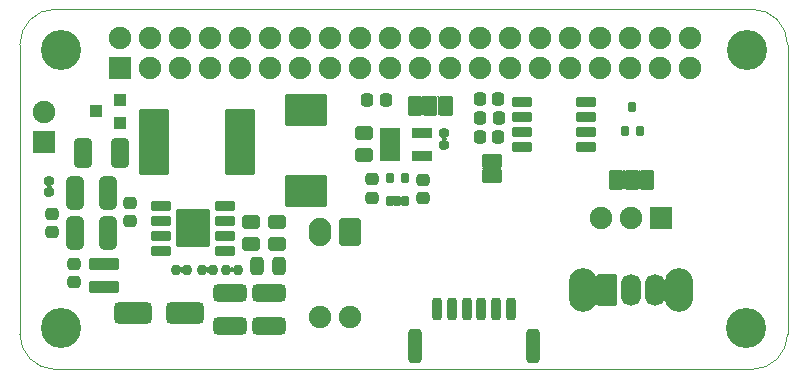
<source format=gbr>
G04 #@! TF.GenerationSoftware,KiCad,Pcbnew,6.0.2-378541a8eb~116~ubuntu20.04.1*
G04 #@! TF.CreationDate,2022-02-27T20:25:46+11:00*
G04 #@! TF.ProjectId,PiConnectLite,5069436f-6e6e-4656-9374-4c6974652e6b,rev?*
G04 #@! TF.SameCoordinates,Original*
G04 #@! TF.FileFunction,Soldermask,Top*
G04 #@! TF.FilePolarity,Negative*
%FSLAX46Y46*%
G04 Gerber Fmt 4.6, Leading zero omitted, Abs format (unit mm)*
G04 Created by KiCad (PCBNEW 6.0.2-378541a8eb~116~ubuntu20.04.1) date 2022-02-27 20:25:46*
%MOMM*%
%LPD*%
G01*
G04 APERTURE LIST*
G04 Aperture macros list*
%AMRoundRect*
0 Rectangle with rounded corners*
0 $1 Rounding radius*
0 $2 $3 $4 $5 $6 $7 $8 $9 X,Y pos of 4 corners*
0 Add a 4 corners polygon primitive as box body*
4,1,4,$2,$3,$4,$5,$6,$7,$8,$9,$2,$3,0*
0 Add four circle primitives for the rounded corners*
1,1,$1+$1,$2,$3*
1,1,$1+$1,$4,$5*
1,1,$1+$1,$6,$7*
1,1,$1+$1,$8,$9*
0 Add four rect primitives between the rounded corners*
20,1,$1+$1,$2,$3,$4,$5,0*
20,1,$1+$1,$4,$5,$6,$7,0*
20,1,$1+$1,$6,$7,$8,$9,0*
20,1,$1+$1,$8,$9,$2,$3,0*%
G04 Aperture macros list end*
G04 #@! TA.AperFunction,Profile*
%ADD10C,0.100000*%
G04 #@! TD*
%ADD11C,3.400000*%
%ADD12RoundRect,0.100000X0.450000X0.400000X-0.450000X0.400000X-0.450000X-0.400000X0.450000X-0.400000X0*%
%ADD13RoundRect,0.100000X0.200000X-0.325000X0.200000X0.325000X-0.200000X0.325000X-0.200000X-0.325000X0*%
%ADD14RoundRect,0.343750X-0.456250X0.243750X-0.456250X-0.243750X0.456250X-0.243750X0.456250X0.243750X0*%
%ADD15RoundRect,0.247500X-0.172500X0.147500X-0.172500X-0.147500X0.172500X-0.147500X0.172500X0.147500X0*%
%ADD16RoundRect,0.318750X0.218750X0.256250X-0.218750X0.256250X-0.218750X-0.256250X0.218750X-0.256250X0*%
%ADD17RoundRect,0.318750X0.256250X-0.218750X0.256250X0.218750X-0.256250X0.218750X-0.256250X-0.218750X0*%
%ADD18RoundRect,0.100000X-0.780000X-0.325000X0.780000X-0.325000X0.780000X0.325000X-0.780000X0.325000X0*%
%ADD19RoundRect,0.100000X-0.750000X0.500000X-0.750000X-0.500000X0.750000X-0.500000X0.750000X0.500000X0*%
%ADD20RoundRect,0.318750X-0.218750X-0.256250X0.218750X-0.256250X0.218750X0.256250X-0.218750X0.256250X0*%
%ADD21RoundRect,0.100000X0.775000X0.300000X-0.775000X0.300000X-0.775000X-0.300000X0.775000X-0.300000X0*%
%ADD22RoundRect,0.250000X-0.150000X-0.700000X0.150000X-0.700000X0.150000X0.700000X-0.150000X0.700000X0*%
%ADD23RoundRect,0.350000X-0.250000X-1.100000X0.250000X-1.100000X0.250000X1.100000X-0.250000X1.100000X0*%
%ADD24C,1.900000*%
%ADD25RoundRect,0.350000X-0.600000X0.850000X-0.600000X-0.850000X0.600000X-0.850000X0.600000X0.850000X0*%
%ADD26O,1.900000X2.400000*%
%ADD27RoundRect,0.247500X0.172500X-0.147500X0.172500X0.147500X-0.172500X0.147500X-0.172500X-0.147500X0*%
%ADD28RoundRect,0.350000X0.375000X1.075000X-0.375000X1.075000X-0.375000X-1.075000X0.375000X-1.075000X0*%
%ADD29RoundRect,0.343750X0.456250X-0.243750X0.456250X0.243750X-0.456250X0.243750X-0.456250X-0.243750X0*%
%ADD30RoundRect,0.349999X0.412501X0.925001X-0.412501X0.925001X-0.412501X-0.925001X0.412501X-0.925001X0*%
%ADD31RoundRect,0.100000X-1.206500X-2.667000X1.206500X-2.667000X1.206500X2.667000X-1.206500X2.667000X0*%
%ADD32RoundRect,0.247500X-0.147500X-0.172500X0.147500X-0.172500X0.147500X0.172500X-0.147500X0.172500X0*%
%ADD33RoundRect,0.343750X-0.243750X-0.456250X0.243750X-0.456250X0.243750X0.456250X-0.243750X0.456250X0*%
%ADD34RoundRect,0.247500X0.147500X0.172500X-0.147500X0.172500X-0.147500X-0.172500X0.147500X-0.172500X0*%
%ADD35RoundRect,0.100000X-0.775000X-0.300000X0.775000X-0.300000X0.775000X0.300000X-0.775000X0.300000X0*%
%ADD36RoundRect,0.100000X-1.300000X-1.550000X1.300000X-1.550000X1.300000X1.550000X-1.300000X1.550000X0*%
%ADD37O,2.400000X3.700000*%
%ADD38RoundRect,0.100000X-0.750000X-1.250000X0.750000X-1.250000X0.750000X1.250000X-0.750000X1.250000X0*%
%ADD39O,1.700000X2.700000*%
%ADD40RoundRect,0.100000X-0.850000X0.850000X-0.850000X-0.850000X0.850000X-0.850000X0.850000X0.850000X0*%
%ADD41O,1.900000X1.900000*%
%ADD42RoundRect,0.100000X-0.500000X-0.750000X0.500000X-0.750000X0.500000X0.750000X-0.500000X0.750000X0*%
%ADD43RoundRect,0.350000X-1.075000X0.375000X-1.075000X-0.375000X1.075000X-0.375000X1.075000X0.375000X0*%
%ADD44RoundRect,0.350000X-1.250000X-0.550000X1.250000X-0.550000X1.250000X0.550000X-1.250000X0.550000X0*%
%ADD45RoundRect,0.100000X-1.150000X0.425000X-1.150000X-0.425000X1.150000X-0.425000X1.150000X0.425000X0*%
%ADD46RoundRect,0.318750X-0.256250X0.218750X-0.256250X-0.218750X0.256250X-0.218750X0.256250X0.218750X0*%
%ADD47RoundRect,0.100000X-0.225000X-0.350000X0.225000X-0.350000X0.225000X0.350000X-0.225000X0.350000X0*%
%ADD48RoundRect,0.100000X1.650000X1.250000X-1.650000X1.250000X-1.650000X-1.250000X1.650000X-1.250000X0*%
%ADD49RoundRect,0.100000X0.850000X0.850000X-0.850000X0.850000X-0.850000X-0.850000X0.850000X-0.850000X0*%
G04 APERTURE END LIST*
D10*
X117500000Y-91000000D02*
X140500000Y-91000000D01*
X143500000Y-63500000D02*
G75*
G03*
X140500000Y-60500000I-3000001J-1D01*
G01*
X143500000Y-68000000D02*
X143500000Y-66500000D01*
X143500000Y-74000000D02*
X143500000Y-68000000D01*
X143500000Y-66500000D02*
X143500000Y-63500000D01*
X140500000Y-91000001D02*
G75*
G03*
X143499995Y-88005236I-2J3000002D01*
G01*
X78500000Y-63500000D02*
X78500000Y-88000000D01*
X81500000Y-60500000D02*
G75*
G03*
X78500000Y-63500000I1J-3000001D01*
G01*
X143499995Y-88005236D02*
X143500000Y-74000000D01*
X140500000Y-60500000D02*
X81500000Y-60500000D01*
X78500000Y-88000000D02*
G75*
G03*
X81500000Y-91000000I3000001J1D01*
G01*
X81500000Y-91000000D02*
X117500000Y-91000000D01*
X117500000Y-91000000D02*
X140500000Y-91000000D01*
X143500000Y-63500000D02*
G75*
G03*
X140500000Y-60500000I-3000001J-1D01*
G01*
X143500000Y-68000000D02*
X143500000Y-66500000D01*
X143500000Y-74000000D02*
X143500000Y-68000000D01*
X143500000Y-66500000D02*
X143500000Y-63500000D01*
X140500000Y-91000001D02*
G75*
G03*
X143499995Y-88005236I-2J3000002D01*
G01*
X78500000Y-63500000D02*
X78500000Y-88000000D01*
X81500000Y-60500000D02*
G75*
G03*
X78500000Y-63500000I1J-3000001D01*
G01*
X143499995Y-88005236D02*
X143500000Y-74000000D01*
X140500000Y-60500000D02*
X81500000Y-60500000D01*
X78500000Y-88000000D02*
G75*
G03*
X81500000Y-91000000I3000001J1D01*
G01*
X81500000Y-91000000D02*
X117500000Y-91000000D01*
D11*
X82000000Y-64000000D03*
X140040000Y-64000000D03*
X82000000Y-87500000D03*
X140000000Y-87500000D03*
D12*
X86960000Y-70110000D03*
X86960000Y-68210000D03*
X84960000Y-69160000D03*
D13*
X109802300Y-76722960D03*
X110452300Y-76722960D03*
X111102300Y-76722960D03*
X111102300Y-74822960D03*
X109802300Y-74822960D03*
D14*
X107600000Y-70950000D03*
X107600000Y-72825000D03*
D15*
X114430000Y-71000000D03*
X114430000Y-71970000D03*
D16*
X119000000Y-68100000D03*
X117425000Y-68100000D03*
X119037500Y-69700000D03*
X117462500Y-69700000D03*
D17*
X108350000Y-76499500D03*
X108350000Y-74924500D03*
D18*
X109850000Y-71000000D03*
X109850000Y-71950000D03*
X109850000Y-72900000D03*
X112550000Y-72900000D03*
X112550000Y-71000000D03*
D19*
X118450000Y-73360000D03*
X118450000Y-74660000D03*
D20*
X117425000Y-71300000D03*
X119000000Y-71300000D03*
D21*
X126450000Y-72155000D03*
X126450000Y-70885000D03*
X126450000Y-69615000D03*
X126450000Y-68345000D03*
X121050000Y-68345000D03*
X121050000Y-69615000D03*
X121050000Y-70885000D03*
X121050000Y-72155000D03*
D22*
X113825000Y-85850000D03*
X115075000Y-85850000D03*
X116325000Y-85850000D03*
X117575000Y-85850000D03*
X118825000Y-85850000D03*
X120075000Y-85850000D03*
D23*
X121925000Y-89050000D03*
X111975000Y-89050000D03*
D24*
X106450000Y-86530000D03*
X103950000Y-86530000D03*
D25*
X106450000Y-79350000D03*
D26*
X103950000Y-79350000D03*
D17*
X81240000Y-79405000D03*
X81240000Y-77830000D03*
D27*
X81010000Y-76025000D03*
X81010000Y-75055000D03*
D28*
X85970000Y-76070000D03*
X83170000Y-76070000D03*
D29*
X100260000Y-80385000D03*
X100260000Y-78510000D03*
D17*
X87830000Y-78477500D03*
X87830000Y-76902500D03*
D29*
X98110000Y-80387500D03*
X98110000Y-78512500D03*
D30*
X86957500Y-72690000D03*
X83882500Y-72690000D03*
D31*
X89861000Y-71770000D03*
X97100000Y-71770000D03*
D32*
X91725000Y-82560000D03*
X92695000Y-82560000D03*
D33*
X98580000Y-82260000D03*
X100455000Y-82260000D03*
D34*
X96935000Y-82560000D03*
X95965000Y-82560000D03*
D32*
X93925000Y-82560000D03*
X94895000Y-82560000D03*
D35*
X90470000Y-77165000D03*
X90470000Y-78435000D03*
X90470000Y-79705000D03*
X90470000Y-80975000D03*
X95870000Y-80975000D03*
X95870000Y-79705000D03*
X95870000Y-78435000D03*
X95870000Y-77165000D03*
D36*
X93170000Y-79070000D03*
D28*
X85970000Y-79480000D03*
X83170000Y-79480000D03*
D17*
X112600000Y-76525000D03*
X112600000Y-74950000D03*
D37*
X126150000Y-84300000D03*
X134350000Y-84300000D03*
D38*
X128250000Y-84300000D03*
D39*
X130250000Y-84300000D03*
X132250000Y-84300000D03*
D40*
X132825000Y-78200000D03*
D41*
X130285000Y-78200000D03*
X127745000Y-78200000D03*
D42*
X129000000Y-74950000D03*
X130300000Y-74950000D03*
X131600000Y-74950000D03*
D43*
X99620000Y-84500000D03*
X99620000Y-87300000D03*
D44*
X88100000Y-86190000D03*
X92500000Y-86190000D03*
D45*
X85620000Y-82045000D03*
X85620000Y-83995000D03*
D46*
X83050000Y-82042500D03*
X83050000Y-83617500D03*
D43*
X96300000Y-84500000D03*
X96300000Y-87300000D03*
D47*
X129700000Y-70790000D03*
X131000000Y-70790000D03*
X130350000Y-68790000D03*
D16*
X109477500Y-68220000D03*
X107902500Y-68220000D03*
D48*
X102760000Y-75870000D03*
X102760000Y-69070000D03*
D49*
X80550000Y-71770000D03*
D41*
X80550000Y-69230000D03*
D42*
X111970000Y-68660000D03*
X113270000Y-68660000D03*
X114570000Y-68660000D03*
D40*
X87000000Y-65500000D03*
D41*
X87000000Y-62960000D03*
X89540000Y-65500000D03*
X89540000Y-62960000D03*
X92080000Y-65500000D03*
X92080000Y-62960000D03*
X94620000Y-65500000D03*
X94620000Y-62960000D03*
X97160000Y-65500000D03*
X97160000Y-62960000D03*
X99700000Y-65500000D03*
X99700000Y-62960000D03*
X102240000Y-65500000D03*
X102240000Y-62960000D03*
X104780000Y-65500000D03*
X104780000Y-62960000D03*
X107320000Y-65500000D03*
X107320000Y-62960000D03*
X109860000Y-65500000D03*
X109860000Y-62960000D03*
X112400000Y-65500000D03*
X112400000Y-62960000D03*
X114940000Y-65500000D03*
X114940000Y-62960000D03*
X117480000Y-65500000D03*
X117480000Y-62960000D03*
X120020000Y-65500000D03*
X120020000Y-62960000D03*
X122560000Y-65500000D03*
X122560000Y-62960000D03*
X125100000Y-65500000D03*
X125100000Y-62960000D03*
X127640000Y-65500000D03*
X127640000Y-62960000D03*
X130180000Y-65500000D03*
X130180000Y-62960000D03*
X132720000Y-65500000D03*
X132720000Y-62960000D03*
X135260000Y-65500000D03*
X135260000Y-62960000D03*
G36*
X127408181Y-83017003D02*
G01*
X127408349Y-83018278D01*
X127402000Y-83050199D01*
X127402000Y-85549801D01*
X127408349Y-85581722D01*
X127407706Y-85583616D01*
X127405744Y-85584006D01*
X127404724Y-85583223D01*
X127395119Y-85568847D01*
X127394525Y-85568886D01*
X127393638Y-85568019D01*
X127378105Y-85538327D01*
X127317919Y-85504056D01*
X127248789Y-85507763D01*
X127188720Y-85553386D01*
X127173948Y-85574483D01*
X127172136Y-85575328D01*
X127170497Y-85574181D01*
X127170540Y-85572405D01*
X127256799Y-85408452D01*
X127321813Y-85199076D01*
X127347590Y-84981284D01*
X127348000Y-84949974D01*
X127348000Y-83650096D01*
X127327931Y-83431682D01*
X127268422Y-83220679D01*
X127179524Y-83040414D01*
X127179655Y-83038418D01*
X127181449Y-83037533D01*
X127182956Y-83038382D01*
X127188736Y-83046636D01*
X127243069Y-83090067D01*
X127311959Y-83097197D01*
X127373744Y-83065964D01*
X127392910Y-83031435D01*
X127394625Y-83030406D01*
X127395455Y-83030650D01*
X127404724Y-83016777D01*
X127406518Y-83015892D01*
X127408181Y-83017003D01*
G37*
G36*
X132939361Y-83302749D02*
G01*
X132948966Y-83313956D01*
X132949196Y-83314288D01*
X132971059Y-83353731D01*
X133020555Y-83402601D01*
X133088323Y-83416893D01*
X133153058Y-83392280D01*
X133194014Y-83336840D01*
X133195848Y-83336041D01*
X133197456Y-83337229D01*
X133197533Y-83338621D01*
X133178187Y-83400924D01*
X133152410Y-83618716D01*
X133152000Y-83650026D01*
X133152000Y-84949904D01*
X133172069Y-85168318D01*
X133228048Y-85366807D01*
X133227556Y-85368746D01*
X133225631Y-85369288D01*
X133224310Y-85368195D01*
X133221004Y-85361104D01*
X133220885Y-85360777D01*
X133198025Y-85275461D01*
X133161823Y-85216067D01*
X133099526Y-85185806D01*
X133030749Y-85194028D01*
X132982265Y-85233417D01*
X132980290Y-85233733D01*
X132979029Y-85232181D01*
X132979191Y-85231020D01*
X133052748Y-85073277D01*
X133092715Y-84894473D01*
X133098000Y-84799942D01*
X133098000Y-83800106D01*
X133078207Y-83617910D01*
X133019783Y-83444307D01*
X132936128Y-83305081D01*
X132936093Y-83303081D01*
X132937807Y-83302051D01*
X132939361Y-83302749D01*
G37*
G36*
X96344454Y-82300583D02*
G01*
X96386486Y-82346431D01*
X96453461Y-82364075D01*
X96519367Y-82342700D01*
X96555432Y-82301006D01*
X96557322Y-82300350D01*
X96558834Y-82301658D01*
X96558907Y-82302704D01*
X96542000Y-82387699D01*
X96542000Y-82732301D01*
X96558982Y-82817675D01*
X96558339Y-82819569D01*
X96556377Y-82819959D01*
X96555546Y-82819417D01*
X96513514Y-82773569D01*
X96446539Y-82755925D01*
X96380633Y-82777300D01*
X96344568Y-82818994D01*
X96342678Y-82819650D01*
X96341166Y-82818342D01*
X96341093Y-82817296D01*
X96358000Y-82732301D01*
X96358000Y-82387699D01*
X96341018Y-82302325D01*
X96341661Y-82300431D01*
X96343623Y-82300041D01*
X96344454Y-82300583D01*
G37*
G36*
X94304454Y-82300583D02*
G01*
X94346486Y-82346431D01*
X94413461Y-82364075D01*
X94479367Y-82342700D01*
X94515432Y-82301006D01*
X94517322Y-82300350D01*
X94518834Y-82301658D01*
X94518907Y-82302704D01*
X94502000Y-82387699D01*
X94502000Y-82732301D01*
X94518982Y-82817675D01*
X94518339Y-82819569D01*
X94516377Y-82819959D01*
X94515546Y-82819417D01*
X94473514Y-82773569D01*
X94406539Y-82755925D01*
X94340633Y-82777300D01*
X94304568Y-82818994D01*
X94302678Y-82819650D01*
X94301166Y-82818342D01*
X94301093Y-82817296D01*
X94318000Y-82732301D01*
X94318000Y-82387699D01*
X94301018Y-82302325D01*
X94301661Y-82300431D01*
X94303623Y-82300041D01*
X94304454Y-82300583D01*
G37*
G36*
X92104454Y-82300583D02*
G01*
X92146486Y-82346431D01*
X92213461Y-82364075D01*
X92279367Y-82342700D01*
X92315432Y-82301006D01*
X92317322Y-82300350D01*
X92318834Y-82301658D01*
X92318907Y-82302704D01*
X92302000Y-82387699D01*
X92302000Y-82732301D01*
X92318982Y-82817675D01*
X92318339Y-82819569D01*
X92316377Y-82819959D01*
X92315546Y-82819417D01*
X92273514Y-82773569D01*
X92206539Y-82755925D01*
X92140633Y-82777300D01*
X92104568Y-82818994D01*
X92102678Y-82819650D01*
X92101166Y-82818342D01*
X92101093Y-82817296D01*
X92118000Y-82732301D01*
X92118000Y-82387699D01*
X92101018Y-82302325D01*
X92101661Y-82300431D01*
X92103623Y-82300041D01*
X92104454Y-82300583D01*
G37*
G36*
X110840412Y-76320829D02*
G01*
X110840976Y-76322748D01*
X110840143Y-76323939D01*
X110833031Y-76328691D01*
X110811797Y-76360471D01*
X110804300Y-76398159D01*
X110804300Y-77047761D01*
X110811797Y-77085449D01*
X110833031Y-77117229D01*
X110839720Y-77121698D01*
X110840605Y-77123492D01*
X110839494Y-77125155D01*
X110838011Y-77125270D01*
X110779511Y-77106953D01*
X110716131Y-77125563D01*
X110714188Y-77125091D01*
X110713624Y-77123172D01*
X110714457Y-77121981D01*
X110721569Y-77117229D01*
X110742803Y-77085449D01*
X110750300Y-77047761D01*
X110750300Y-76398159D01*
X110742803Y-76360471D01*
X110721569Y-76328691D01*
X110714880Y-76324222D01*
X110713995Y-76322428D01*
X110715106Y-76320765D01*
X110716589Y-76320650D01*
X110775089Y-76338967D01*
X110838469Y-76320357D01*
X110840412Y-76320829D01*
G37*
G36*
X110190412Y-76320829D02*
G01*
X110190976Y-76322748D01*
X110190143Y-76323939D01*
X110183031Y-76328691D01*
X110161797Y-76360471D01*
X110154300Y-76398159D01*
X110154300Y-77047761D01*
X110161797Y-77085449D01*
X110183031Y-77117229D01*
X110189720Y-77121698D01*
X110190605Y-77123492D01*
X110189494Y-77125155D01*
X110188011Y-77125270D01*
X110129511Y-77106953D01*
X110066131Y-77125563D01*
X110064188Y-77125091D01*
X110063624Y-77123172D01*
X110064457Y-77121981D01*
X110071569Y-77117229D01*
X110092803Y-77085449D01*
X110100300Y-77047761D01*
X110100300Y-76398159D01*
X110092803Y-76360471D01*
X110071569Y-76328691D01*
X110064880Y-76324222D01*
X110063995Y-76322428D01*
X110065106Y-76320765D01*
X110066589Y-76320650D01*
X110125089Y-76338967D01*
X110188469Y-76320357D01*
X110190412Y-76320829D01*
G37*
G36*
X129575310Y-74132847D02*
G01*
X129581425Y-74136932D01*
X129647788Y-74157712D01*
X129718589Y-74136923D01*
X129724690Y-74132847D01*
X129726686Y-74132716D01*
X129727797Y-74134379D01*
X129727464Y-74135621D01*
X129709497Y-74162511D01*
X129702000Y-74200199D01*
X129702000Y-75699801D01*
X129709497Y-75737489D01*
X129727464Y-75764379D01*
X129727595Y-75766375D01*
X129725932Y-75767486D01*
X129724690Y-75767153D01*
X129718575Y-75763068D01*
X129652212Y-75742288D01*
X129581411Y-75763077D01*
X129575310Y-75767153D01*
X129573314Y-75767284D01*
X129572203Y-75765621D01*
X129572536Y-75764379D01*
X129590503Y-75737489D01*
X129598000Y-75699801D01*
X129598000Y-74200199D01*
X129590503Y-74162511D01*
X129572536Y-74135621D01*
X129572405Y-74133625D01*
X129574068Y-74132514D01*
X129575310Y-74132847D01*
G37*
G36*
X130875310Y-74132847D02*
G01*
X130881425Y-74136932D01*
X130947788Y-74157712D01*
X131018589Y-74136923D01*
X131024690Y-74132847D01*
X131026686Y-74132716D01*
X131027797Y-74134379D01*
X131027464Y-74135621D01*
X131009497Y-74162511D01*
X131002000Y-74200199D01*
X131002000Y-75699801D01*
X131009497Y-75737489D01*
X131027464Y-75764379D01*
X131027595Y-75766375D01*
X131025932Y-75767486D01*
X131024690Y-75767153D01*
X131018575Y-75763068D01*
X130952212Y-75742288D01*
X130881411Y-75763077D01*
X130875310Y-75767153D01*
X130873314Y-75767284D01*
X130872203Y-75765621D01*
X130872536Y-75764379D01*
X130890503Y-75737489D01*
X130898000Y-75699801D01*
X130898000Y-74200199D01*
X130890503Y-74162511D01*
X130872536Y-74135621D01*
X130872405Y-74133625D01*
X130874068Y-74132514D01*
X130875310Y-74132847D01*
G37*
G36*
X81269569Y-75431661D02*
G01*
X81269959Y-75433623D01*
X81269417Y-75434454D01*
X81223569Y-75476486D01*
X81205925Y-75543461D01*
X81227300Y-75609367D01*
X81268994Y-75645432D01*
X81269650Y-75647322D01*
X81268342Y-75648834D01*
X81267296Y-75648907D01*
X81182301Y-75632000D01*
X80837699Y-75632000D01*
X80752325Y-75648982D01*
X80750431Y-75648339D01*
X80750041Y-75646377D01*
X80750583Y-75645546D01*
X80796431Y-75603514D01*
X80814075Y-75536539D01*
X80792700Y-75470633D01*
X80751006Y-75434568D01*
X80750350Y-75432678D01*
X80751658Y-75431166D01*
X80752704Y-75431093D01*
X80837699Y-75448000D01*
X81182301Y-75448000D01*
X81267675Y-75431018D01*
X81269569Y-75431661D01*
G37*
G36*
X117635621Y-73932536D02*
G01*
X117662511Y-73950503D01*
X117700199Y-73958000D01*
X119199801Y-73958000D01*
X119237489Y-73950503D01*
X119264379Y-73932536D01*
X119266375Y-73932405D01*
X119267486Y-73934068D01*
X119267153Y-73935310D01*
X119263068Y-73941425D01*
X119242288Y-74007788D01*
X119263077Y-74078589D01*
X119267153Y-74084690D01*
X119267284Y-74086686D01*
X119265621Y-74087797D01*
X119264379Y-74087464D01*
X119237489Y-74069497D01*
X119199801Y-74062000D01*
X117700199Y-74062000D01*
X117662511Y-74069497D01*
X117635621Y-74087464D01*
X117633625Y-74087595D01*
X117632514Y-74085932D01*
X117632847Y-74084690D01*
X117636932Y-74078575D01*
X117657712Y-74012212D01*
X117636923Y-73941411D01*
X117632847Y-73935310D01*
X117632716Y-73933314D01*
X117634379Y-73932203D01*
X117635621Y-73932536D01*
G37*
G36*
X109005621Y-72347536D02*
G01*
X109032511Y-72365503D01*
X109070199Y-72373000D01*
X110629801Y-72373000D01*
X110667489Y-72365503D01*
X110694379Y-72347536D01*
X110696375Y-72347405D01*
X110697486Y-72349068D01*
X110697153Y-72350310D01*
X110693068Y-72356425D01*
X110672288Y-72422788D01*
X110693077Y-72493589D01*
X110697153Y-72499690D01*
X110697284Y-72501686D01*
X110695621Y-72502797D01*
X110694379Y-72502464D01*
X110667489Y-72484497D01*
X110629801Y-72477000D01*
X109070199Y-72477000D01*
X109032511Y-72484497D01*
X109005621Y-72502464D01*
X109003625Y-72502595D01*
X109002514Y-72500932D01*
X109002847Y-72499690D01*
X109006932Y-72493575D01*
X109027712Y-72427212D01*
X109006923Y-72356411D01*
X109002847Y-72350310D01*
X109002716Y-72348314D01*
X109004379Y-72347203D01*
X109005621Y-72347536D01*
G37*
G36*
X114689569Y-71376661D02*
G01*
X114689959Y-71378623D01*
X114689417Y-71379454D01*
X114643569Y-71421486D01*
X114625925Y-71488461D01*
X114647300Y-71554367D01*
X114688994Y-71590432D01*
X114689650Y-71592322D01*
X114688342Y-71593834D01*
X114687296Y-71593907D01*
X114602301Y-71577000D01*
X114257699Y-71577000D01*
X114172325Y-71593982D01*
X114170431Y-71593339D01*
X114170041Y-71591377D01*
X114170583Y-71590546D01*
X114216431Y-71548514D01*
X114234075Y-71481539D01*
X114212700Y-71415633D01*
X114171006Y-71379568D01*
X114170350Y-71377678D01*
X114171658Y-71376166D01*
X114172704Y-71376093D01*
X114257699Y-71393000D01*
X114602301Y-71393000D01*
X114687675Y-71376018D01*
X114689569Y-71376661D01*
G37*
G36*
X109005621Y-71397536D02*
G01*
X109032511Y-71415503D01*
X109070199Y-71423000D01*
X110629801Y-71423000D01*
X110667489Y-71415503D01*
X110694379Y-71397536D01*
X110696375Y-71397405D01*
X110697486Y-71399068D01*
X110697153Y-71400310D01*
X110693068Y-71406425D01*
X110672288Y-71472788D01*
X110693077Y-71543589D01*
X110697153Y-71549690D01*
X110697284Y-71551686D01*
X110695621Y-71552797D01*
X110694379Y-71552464D01*
X110667489Y-71534497D01*
X110629801Y-71527000D01*
X109070199Y-71527000D01*
X109032511Y-71534497D01*
X109005621Y-71552464D01*
X109003625Y-71552595D01*
X109002514Y-71550932D01*
X109002847Y-71549690D01*
X109006932Y-71543575D01*
X109027712Y-71477212D01*
X109006923Y-71406411D01*
X109002847Y-71400310D01*
X109002716Y-71398314D01*
X109004379Y-71397203D01*
X109005621Y-71397536D01*
G37*
G36*
X113845310Y-67842847D02*
G01*
X113851425Y-67846932D01*
X113917788Y-67867712D01*
X113988589Y-67846923D01*
X113994690Y-67842847D01*
X113996686Y-67842716D01*
X113997797Y-67844379D01*
X113997464Y-67845621D01*
X113979497Y-67872511D01*
X113972000Y-67910199D01*
X113972000Y-69409801D01*
X113979497Y-69447489D01*
X113997464Y-69474379D01*
X113997595Y-69476375D01*
X113995932Y-69477486D01*
X113994690Y-69477153D01*
X113988575Y-69473068D01*
X113922212Y-69452288D01*
X113851411Y-69473077D01*
X113845310Y-69477153D01*
X113843314Y-69477284D01*
X113842203Y-69475621D01*
X113842536Y-69474379D01*
X113860503Y-69447489D01*
X113868000Y-69409801D01*
X113868000Y-67910199D01*
X113860503Y-67872511D01*
X113842536Y-67845621D01*
X113842405Y-67843625D01*
X113844068Y-67842514D01*
X113845310Y-67842847D01*
G37*
G36*
X112545310Y-67842847D02*
G01*
X112551425Y-67846932D01*
X112617788Y-67867712D01*
X112688589Y-67846923D01*
X112694690Y-67842847D01*
X112696686Y-67842716D01*
X112697797Y-67844379D01*
X112697464Y-67845621D01*
X112679497Y-67872511D01*
X112672000Y-67910199D01*
X112672000Y-69409801D01*
X112679497Y-69447489D01*
X112697464Y-69474379D01*
X112697595Y-69476375D01*
X112695932Y-69477486D01*
X112694690Y-69477153D01*
X112688575Y-69473068D01*
X112622212Y-69452288D01*
X112551411Y-69473077D01*
X112545310Y-69477153D01*
X112543314Y-69477284D01*
X112542203Y-69475621D01*
X112542536Y-69474379D01*
X112560503Y-69447489D01*
X112568000Y-69409801D01*
X112568000Y-67910199D01*
X112560503Y-67872511D01*
X112542536Y-67845621D01*
X112542405Y-67843625D01*
X112544068Y-67842514D01*
X112545310Y-67842847D01*
G37*
M02*

</source>
